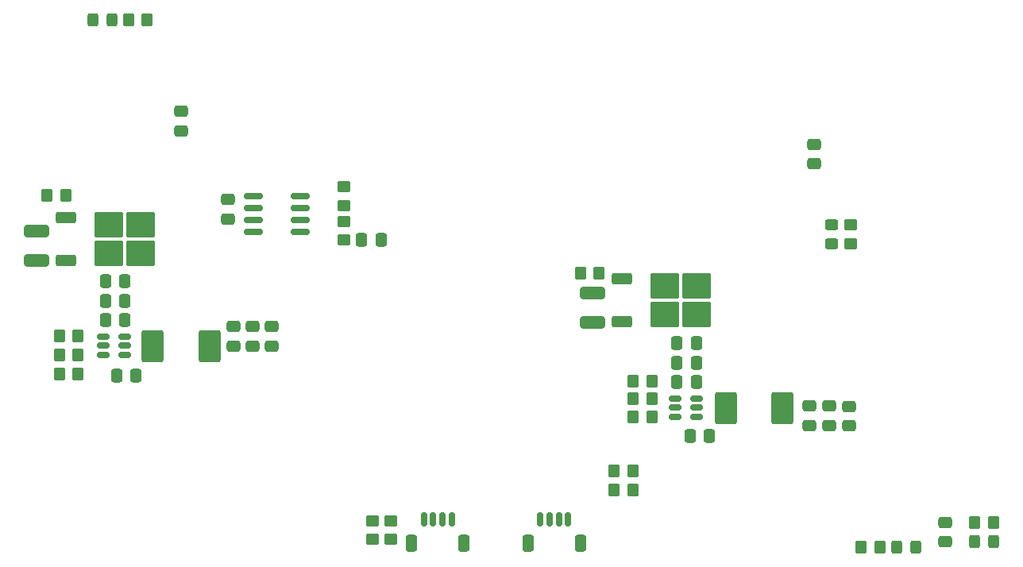
<source format=gtp>
%TF.GenerationSoftware,KiCad,Pcbnew,9.0.5*%
%TF.CreationDate,2025-10-21T23:33:10-04:00*%
%TF.ProjectId,mainBoard,6d61696e-426f-4617-9264-2e6b69636164,rev?*%
%TF.SameCoordinates,Original*%
%TF.FileFunction,Paste,Top*%
%TF.FilePolarity,Positive*%
%FSLAX46Y46*%
G04 Gerber Fmt 4.6, Leading zero omitted, Abs format (unit mm)*
G04 Created by KiCad (PCBNEW 9.0.5) date 2025-10-21 23:33:10*
%MOMM*%
%LPD*%
G01*
G04 APERTURE LIST*
G04 Aperture macros list*
%AMRoundRect*
0 Rectangle with rounded corners*
0 $1 Rounding radius*
0 $2 $3 $4 $5 $6 $7 $8 $9 X,Y pos of 4 corners*
0 Add a 4 corners polygon primitive as box body*
4,1,4,$2,$3,$4,$5,$6,$7,$8,$9,$2,$3,0*
0 Add four circle primitives for the rounded corners*
1,1,$1+$1,$2,$3*
1,1,$1+$1,$4,$5*
1,1,$1+$1,$6,$7*
1,1,$1+$1,$8,$9*
0 Add four rect primitives between the rounded corners*
20,1,$1+$1,$2,$3,$4,$5,0*
20,1,$1+$1,$4,$5,$6,$7,0*
20,1,$1+$1,$6,$7,$8,$9,0*
20,1,$1+$1,$8,$9,$2,$3,0*%
G04 Aperture macros list end*
%ADD10RoundRect,0.250000X0.350000X0.450000X-0.350000X0.450000X-0.350000X-0.450000X0.350000X-0.450000X0*%
%ADD11RoundRect,0.250000X-0.350000X-0.450000X0.350000X-0.450000X0.350000X0.450000X-0.350000X0.450000X0*%
%ADD12RoundRect,0.250000X0.337500X0.475000X-0.337500X0.475000X-0.337500X-0.475000X0.337500X-0.475000X0*%
%ADD13RoundRect,0.250000X-0.337500X-0.475000X0.337500X-0.475000X0.337500X0.475000X-0.337500X0.475000X0*%
%ADD14RoundRect,0.250000X-0.850000X-0.350000X0.850000X-0.350000X0.850000X0.350000X-0.850000X0.350000X0*%
%ADD15RoundRect,0.250000X-1.275000X-1.125000X1.275000X-1.125000X1.275000X1.125000X-1.275000X1.125000X0*%
%ADD16RoundRect,0.235000X-0.940000X-1.465000X0.940000X-1.465000X0.940000X1.465000X-0.940000X1.465000X0*%
%ADD17RoundRect,0.150000X0.512500X0.150000X-0.512500X0.150000X-0.512500X-0.150000X0.512500X-0.150000X0*%
%ADD18RoundRect,0.250000X-1.075000X0.400000X-1.075000X-0.400000X1.075000X-0.400000X1.075000X0.400000X0*%
%ADD19RoundRect,0.250000X-0.475000X0.337500X-0.475000X-0.337500X0.475000X-0.337500X0.475000X0.337500X0*%
%ADD20RoundRect,0.250000X0.475000X-0.337500X0.475000X0.337500X-0.475000X0.337500X-0.475000X-0.337500X0*%
%ADD21RoundRect,0.150000X0.150000X0.625000X-0.150000X0.625000X-0.150000X-0.625000X0.150000X-0.625000X0*%
%ADD22RoundRect,0.250000X0.350000X0.650000X-0.350000X0.650000X-0.350000X-0.650000X0.350000X-0.650000X0*%
%ADD23RoundRect,0.250000X0.450000X-0.350000X0.450000X0.350000X-0.450000X0.350000X-0.450000X-0.350000X0*%
%ADD24RoundRect,0.150000X-0.825000X-0.150000X0.825000X-0.150000X0.825000X0.150000X-0.825000X0.150000X0*%
%ADD25RoundRect,0.250000X0.325000X0.450000X-0.325000X0.450000X-0.325000X-0.450000X0.325000X-0.450000X0*%
%ADD26RoundRect,0.250000X-0.325000X-0.450000X0.325000X-0.450000X0.325000X0.450000X-0.325000X0.450000X0*%
%ADD27RoundRect,0.250000X0.450000X-0.325000X0.450000X0.325000X-0.450000X0.325000X-0.450000X-0.325000X0*%
G04 APERTURE END LIST*
D10*
%TO.C,R27*%
X57835786Y-46114215D03*
X59835786Y-46114215D03*
%TD*%
D11*
%TO.C,R29*%
X61135786Y-61139215D03*
X59135786Y-61139215D03*
%TD*%
D12*
%TO.C,C20*%
X64035786Y-59444215D03*
X66110786Y-59444215D03*
%TD*%
D13*
%TO.C,C21*%
X65248286Y-65314215D03*
X67323286Y-65314215D03*
%TD*%
D11*
%TO.C,R28*%
X61135786Y-65139215D03*
X59135786Y-65139215D03*
%TD*%
D14*
%TO.C,Q3*%
X59810786Y-53069215D03*
X59810786Y-48509215D03*
D15*
X67785786Y-49264215D03*
X67785786Y-52314215D03*
X64435786Y-49264215D03*
X64435786Y-52314215D03*
%TD*%
D16*
%TO.C,L5*%
X75160786Y-62214215D03*
X69110786Y-62214215D03*
%TD*%
D17*
%TO.C,U3*%
X66135786Y-63114215D03*
X66135786Y-62164215D03*
X66135786Y-61214215D03*
X63860786Y-61214215D03*
X63860786Y-62164215D03*
X63860786Y-63114215D03*
%TD*%
D10*
%TO.C,R30*%
X59135786Y-63139215D03*
X61135786Y-63139215D03*
%TD*%
D18*
%TO.C,R23*%
X56735786Y-53064215D03*
X56735786Y-49964215D03*
%TD*%
D12*
%TO.C,C19*%
X64035786Y-57414215D03*
X66110786Y-57414215D03*
%TD*%
%TO.C,C7*%
X64055786Y-55314215D03*
X66130786Y-55314215D03*
%TD*%
D11*
%TO.C,R4*%
X158710786Y-81014215D03*
X156710786Y-81014215D03*
%TD*%
D19*
%TO.C,C24*%
X139085786Y-68576715D03*
X139085786Y-70651715D03*
%TD*%
D20*
%TO.C,C14*%
X77085786Y-48651715D03*
X77085786Y-46576715D03*
%TD*%
D15*
%TO.C,Q2*%
X123710786Y-55769215D03*
X123710786Y-58819215D03*
X127060786Y-55769215D03*
X127060786Y-58819215D03*
D14*
X119085786Y-55014215D03*
X119085786Y-59574215D03*
%TD*%
D21*
%TO.C,J20*%
X100985786Y-80689215D03*
X99985786Y-80689215D03*
X98985786Y-80689215D03*
X97985786Y-80689215D03*
D22*
X102285786Y-83214215D03*
X96685786Y-83214215D03*
%TD*%
D13*
%TO.C,C4*%
X126348286Y-71814215D03*
X128423286Y-71814215D03*
%TD*%
D10*
%TO.C,R16*%
X120285786Y-75514215D03*
X118285786Y-75514215D03*
%TD*%
D17*
%TO.C,U1*%
X127085786Y-69714215D03*
X127085786Y-68764215D03*
X127085786Y-67814215D03*
X124810786Y-67814215D03*
X124810786Y-68764215D03*
X124810786Y-69714215D03*
%TD*%
D23*
%TO.C,R8*%
X143495786Y-51294215D03*
X143495786Y-49294215D03*
%TD*%
D24*
%TO.C,IC1*%
X79835786Y-46174215D03*
X79835786Y-47444215D03*
X79835786Y-48714215D03*
X79835786Y-49984215D03*
X84785786Y-49984215D03*
X84785786Y-48714215D03*
X84785786Y-47444215D03*
X84785786Y-46174215D03*
%TD*%
D23*
%TO.C,R24*%
X89485786Y-50914215D03*
X89485786Y-48914215D03*
%TD*%
D11*
%TO.C,R31*%
X144585786Y-83614215D03*
X146585786Y-83614215D03*
%TD*%
D10*
%TO.C,R15*%
X120285786Y-77514215D03*
X118285786Y-77514215D03*
%TD*%
D12*
%TO.C,C2*%
X127048286Y-63964215D03*
X124973286Y-63964215D03*
%TD*%
D20*
%TO.C,C15*%
X153585786Y-83051715D03*
X153585786Y-80976715D03*
%TD*%
D19*
%TO.C,C5*%
X143295786Y-68614215D03*
X143295786Y-70689215D03*
%TD*%
D25*
%TO.C,D4*%
X150410786Y-83614215D03*
X148360786Y-83614215D03*
%TD*%
D26*
%TO.C,D2*%
X62685786Y-27414215D03*
X64735786Y-27414215D03*
%TD*%
D11*
%TO.C,R5*%
X66510786Y-27414215D03*
X68510786Y-27414215D03*
%TD*%
%TO.C,R2*%
X120285786Y-65914215D03*
X122285786Y-65914215D03*
%TD*%
D12*
%TO.C,C3*%
X127048286Y-66014215D03*
X124973286Y-66014215D03*
%TD*%
D13*
%TO.C,C16*%
X91348286Y-50914215D03*
X93423286Y-50914215D03*
%TD*%
D27*
%TO.C,D3*%
X141485786Y-51314215D03*
X141485786Y-49264215D03*
%TD*%
D19*
%TO.C,C17*%
X139585786Y-40676715D03*
X139585786Y-42751715D03*
%TD*%
D12*
%TO.C,C1*%
X127048286Y-61914215D03*
X124973286Y-61914215D03*
%TD*%
D19*
%TO.C,C18*%
X72085786Y-37176715D03*
X72085786Y-39251715D03*
%TD*%
D18*
%TO.C,R13*%
X115985786Y-56564215D03*
X115985786Y-59664215D03*
%TD*%
D23*
%TO.C,R25*%
X92485786Y-82814215D03*
X92485786Y-80814215D03*
%TD*%
D19*
%TO.C,C6*%
X141185786Y-68576715D03*
X141185786Y-70651715D03*
%TD*%
D21*
%TO.C,J16*%
X113385786Y-80664215D03*
X112385786Y-80664215D03*
X111385786Y-80664215D03*
X110385786Y-80664215D03*
D22*
X114685786Y-83189215D03*
X109085786Y-83189215D03*
%TD*%
D10*
%TO.C,R9*%
X116685786Y-54419215D03*
X114685786Y-54419215D03*
%TD*%
D23*
%TO.C,R26*%
X94485786Y-82814215D03*
X94485786Y-80814215D03*
%TD*%
D16*
%TO.C,L1*%
X130160786Y-68814215D03*
X136210786Y-68814215D03*
%TD*%
D26*
%TO.C,D1*%
X156685786Y-83014215D03*
X158735786Y-83014215D03*
%TD*%
D10*
%TO.C,R1*%
X122285786Y-67814215D03*
X120285786Y-67814215D03*
%TD*%
D11*
%TO.C,R12*%
X120285786Y-69714215D03*
X122285786Y-69714215D03*
%TD*%
D23*
%TO.C,R3*%
X89485786Y-47214215D03*
X89485786Y-45214215D03*
%TD*%
D20*
%TO.C,C23*%
X79735786Y-62214215D03*
X79735786Y-60139215D03*
%TD*%
%TO.C,C25*%
X81735786Y-62214215D03*
X81735786Y-60139215D03*
%TD*%
%TO.C,C22*%
X77735786Y-62214215D03*
X77735786Y-60139215D03*
%TD*%
M02*

</source>
